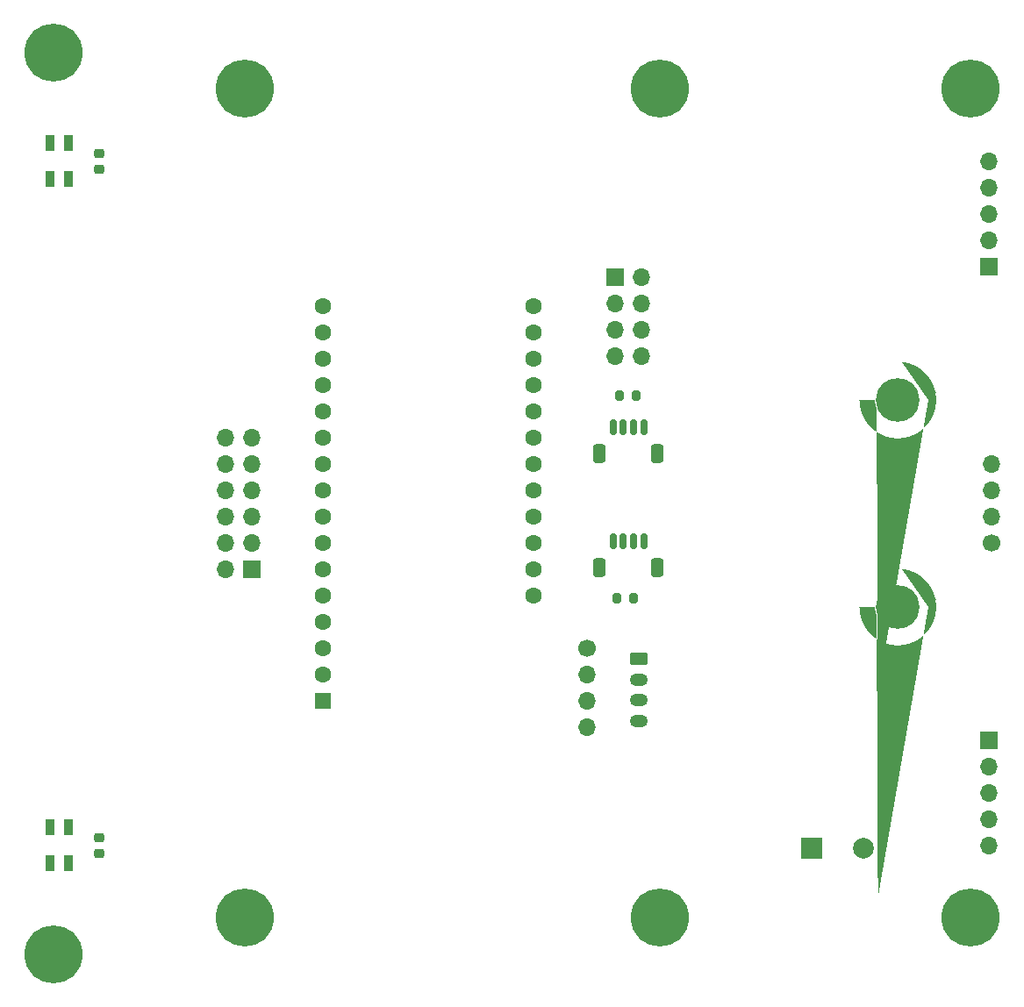
<source format=gbr>
%TF.GenerationSoftware,KiCad,Pcbnew,7.0.8*%
%TF.CreationDate,2023-10-27T12:06:26-04:00*%
%TF.ProjectId,top_plate,746f705f-706c-4617-9465-2e6b69636164,rev?*%
%TF.SameCoordinates,PX2faf080PY5f5e100*%
%TF.FileFunction,Soldermask,Top*%
%TF.FilePolarity,Negative*%
%FSLAX46Y46*%
G04 Gerber Fmt 4.6, Leading zero omitted, Abs format (unit mm)*
G04 Created by KiCad (PCBNEW 7.0.8) date 2023-10-27 12:06:26*
%MOMM*%
%LPD*%
G01*
G04 APERTURE LIST*
G04 Aperture macros list*
%AMRoundRect*
0 Rectangle with rounded corners*
0 $1 Rounding radius*
0 $2 $3 $4 $5 $6 $7 $8 $9 X,Y pos of 4 corners*
0 Add a 4 corners polygon primitive as box body*
4,1,4,$2,$3,$4,$5,$6,$7,$8,$9,$2,$3,0*
0 Add four circle primitives for the rounded corners*
1,1,$1+$1,$2,$3*
1,1,$1+$1,$4,$5*
1,1,$1+$1,$6,$7*
1,1,$1+$1,$8,$9*
0 Add four rect primitives between the rounded corners*
20,1,$1+$1,$2,$3,$4,$5,0*
20,1,$1+$1,$4,$5,$6,$7,0*
20,1,$1+$1,$6,$7,$8,$9,0*
20,1,$1+$1,$8,$9,$2,$3,0*%
%AMFreePoly0*
4,1,111,-2.563245,3.679731,-2.180727,3.619146,-1.806637,3.518909,-1.445074,3.380118,-1.100000,3.204294,-0.775195,2.993363,-0.474217,2.749636,-0.200364,2.475783,0.043363,2.174805,0.254294,1.850000,0.430118,1.504926,0.568909,1.143363,0.669146,0.769273,0.729731,0.386755,0.750000,0.000000,0.729731,-0.386755,0.669146,-0.769273,0.568909,-1.143363,0.430118,-1.504926,0.254294,-1.850000,
0.043363,-2.174805,-0.200364,-2.475783,-0.474217,-2.749636,-0.775195,-2.993363,-1.100000,-3.204294,-1.445074,-3.380118,-1.806637,-3.518909,-2.180727,-3.619146,-2.563245,-3.679731,-2.950000,-3.700000,-3.336755,-3.679731,-3.719273,-3.619146,-4.093363,-3.518909,-4.454926,-3.380118,-4.800000,-3.204294,-5.124805,-2.993363,-5.425783,-2.749636,-5.699636,-2.475783,-5.943363,-2.174805,-6.154294,-1.850000,
-6.330118,-1.504926,-6.468909,-1.143363,-6.569146,-0.769273,-6.629731,-0.386755,-6.650000,0.000000,-5.154720,0.000000,-5.135858,-0.287774,-5.079596,-0.570624,-4.986896,-0.843710,-4.859344,-1.102360,-4.699122,-1.342148,-4.508972,-1.558972,-4.292148,-1.749122,-4.052360,-1.909344,-3.793710,-2.036896,-3.520624,-2.129596,-3.237774,-2.185858,-2.950000,-2.204720,-2.662226,-2.185858,-2.379376,-2.129596,
-2.106290,-2.036896,-1.847640,-1.909344,-1.607852,-1.749122,-1.391028,-1.558972,-1.200878,-1.342148,-1.040656,-1.102360,-0.913104,-0.843710,-0.820404,-0.570624,-0.764142,-0.287774,-0.745280,0.000000,-0.764142,0.287774,-0.820404,0.570624,-0.913104,0.843710,-1.040656,1.102360,-1.200878,1.342148,-1.391028,1.558972,-1.607852,1.749122,-1.847640,1.909344,-2.106290,2.036896,-2.379376,2.129596,
-2.662226,2.185858,-2.950000,2.204720,-3.237774,2.185858,-3.520624,2.129596,-3.793710,2.036896,-4.052360,1.909344,-4.292148,1.749122,-4.508972,1.558972,-4.699122,1.342148,-4.859344,1.102360,-4.986896,0.843710,-5.079596,0.570624,-5.135858,0.287774,-5.154720,0.000000,-6.650000,0.000000,-6.629731,0.386755,-6.569146,0.769273,-6.468909,1.143363,-6.330118,1.504926,-6.154294,1.850000,
-5.943363,2.174805,-5.699636,2.475783,-5.425783,2.749636,-5.124805,2.993363,-4.800000,3.204294,-4.454926,3.380118,-4.093363,3.518909,-3.719273,3.619146,-3.336755,3.679731,-2.950000,3.700000,-2.563245,3.679731,-2.563245,3.679731,$1*%
G04 Aperture macros list end*
%ADD10C,5.600000*%
%ADD11R,0.850000X1.600000*%
%ADD12RoundRect,0.200000X0.200000X0.275000X-0.200000X0.275000X-0.200000X-0.275000X0.200000X-0.275000X0*%
%ADD13RoundRect,0.250000X-0.625000X0.350000X-0.625000X-0.350000X0.625000X-0.350000X0.625000X0.350000X0*%
%ADD14O,1.750000X1.200000*%
%ADD15RoundRect,0.225000X0.250000X-0.225000X0.250000X0.225000X-0.250000X0.225000X-0.250000X-0.225000X0*%
%ADD16C,1.700000*%
%ADD17O,1.700000X1.700000*%
%ADD18R,1.700000X1.700000*%
%ADD19RoundRect,0.150000X0.150000X0.625000X-0.150000X0.625000X-0.150000X-0.625000X0.150000X-0.625000X0*%
%ADD20RoundRect,0.250000X0.350000X0.650000X-0.350000X0.650000X-0.350000X-0.650000X0.350000X-0.650000X0*%
%ADD21C,4.220000*%
%ADD22FreePoly0,0.000000*%
%ADD23R,2.000000X2.000000*%
%ADD24C,2.000000*%
%ADD25R,1.600000X1.600000*%
%ADD26C,1.600000*%
G04 APERTURE END LIST*
D10*
%TO.C,REF\u002A\u002A*%
X4500000Y-43500000D03*
%TD*%
D11*
%TO.C,D2*%
X5955000Y34770000D03*
X4205000Y34770000D03*
X4205000Y31270000D03*
X5955000Y31270000D03*
%TD*%
D12*
%TO.C,R2*%
X60769000Y10414000D03*
X59119000Y10414000D03*
%TD*%
D13*
%TO.C,J5*%
X61000000Y-15000000D03*
D14*
X61000000Y-17000000D03*
X61000000Y-19000000D03*
X61000000Y-21000000D03*
%TD*%
D15*
%TO.C,C1*%
X8890000Y-33795000D03*
X8890000Y-32245000D03*
%TD*%
D12*
%TO.C,R1*%
X60515000Y-9144000D03*
X58865000Y-9144000D03*
%TD*%
D16*
%TO.C,J7*%
X56000000Y-14000000D03*
D17*
X56000000Y-16540000D03*
X56000000Y-19080000D03*
X56000000Y-21620000D03*
%TD*%
D10*
%TO.C,REF\u002A\u002A*%
X63000000Y-40000000D03*
%TD*%
D18*
%TO.C,J10*%
X58669000Y21834000D03*
D17*
X61209000Y21834000D03*
X58669000Y19294000D03*
X61209000Y19294000D03*
X58669000Y16754000D03*
X61209000Y16754000D03*
X58669000Y14214000D03*
X61209000Y14214000D03*
%TD*%
D10*
%TO.C,REF\u002A\u002A*%
X4500000Y43500000D03*
%TD*%
D16*
%TO.C,J6*%
X95000000Y-3810000D03*
D17*
X95000000Y-1270000D03*
X95000000Y1270000D03*
X95000000Y3810000D03*
%TD*%
D19*
%TO.C,J9*%
X61500007Y7325001D03*
X60500007Y7325001D03*
X59500007Y7325001D03*
X58500007Y7325001D03*
D20*
X62800007Y4800001D03*
X57200007Y4800001D03*
%TD*%
D10*
%TO.C,REF\u002A\u002A*%
X93000000Y40000000D03*
%TD*%
D19*
%TO.C,J8*%
X61500007Y-3675000D03*
X60500007Y-3675000D03*
X59500007Y-3675000D03*
X58500007Y-3675000D03*
D20*
X62800007Y-6200000D03*
X57200007Y-6200000D03*
%TD*%
D21*
%TO.C,M1*%
X86000000Y10000000D03*
D22*
X88950000Y10000000D03*
%TD*%
D11*
%TO.C,D1*%
X5955000Y-31270000D03*
X4205000Y-31270000D03*
X4205000Y-34770000D03*
X5955000Y-34770000D03*
%TD*%
D21*
%TO.C,M2*%
X86000000Y-10000000D03*
D22*
X88950000Y-10000000D03*
%TD*%
D10*
%TO.C,REF\u002A\u002A*%
X63000000Y40000000D03*
%TD*%
%TO.C,REF\u002A\u002A*%
X93000000Y-40000000D03*
%TD*%
%TO.C,REF\u002A\u002A*%
X23000000Y-40000000D03*
%TD*%
D15*
%TO.C,C2*%
X8890000Y32245000D03*
X8890000Y33795000D03*
%TD*%
D10*
%TO.C,REF\u002A\u002A*%
X23000000Y40000000D03*
%TD*%
D18*
%TO.C,J2*%
X23622000Y-6350000D03*
D17*
X21082000Y-6350000D03*
X23622000Y-3810000D03*
X21082000Y-3810000D03*
X23622000Y-1270000D03*
X21082000Y-1270000D03*
X23622000Y1270000D03*
X21082000Y1270000D03*
X23622000Y3810000D03*
X21082000Y3810000D03*
X23622000Y6350000D03*
X21082000Y6350000D03*
%TD*%
D18*
%TO.C,J1*%
X94742000Y-22860000D03*
D17*
X94742000Y-25400000D03*
X94742000Y-27940000D03*
X94742000Y-30480000D03*
X94742000Y-33020000D03*
%TD*%
D18*
%TO.C,J3*%
X94742000Y22860000D03*
D17*
X94742000Y25400000D03*
X94742000Y27940000D03*
X94742000Y30480000D03*
X94742000Y33020000D03*
%TD*%
D23*
%TO.C,BZ1*%
X77639216Y-33274000D03*
D24*
X82639216Y-33274000D03*
%TD*%
D25*
%TO.C,A1*%
X30480000Y-19050000D03*
D26*
X30480000Y-16510000D03*
X30480000Y-13970000D03*
X30480000Y-11430000D03*
X30480000Y-8890000D03*
X30480000Y-6350000D03*
X30480000Y-3810000D03*
X30480000Y-1270000D03*
X30480000Y1270000D03*
X30480000Y3810000D03*
X30480000Y6350000D03*
X30480000Y8890000D03*
X30480000Y11430000D03*
X30480000Y13970000D03*
X30480000Y16510000D03*
X30480000Y19050000D03*
X50800000Y19050000D03*
X50800000Y16510000D03*
X50800000Y13970000D03*
X50800000Y11430000D03*
X50800000Y8890000D03*
X50800000Y6350000D03*
X50800000Y3810000D03*
X50800000Y1270000D03*
X50800000Y-1270000D03*
X50800000Y-3810000D03*
X50800000Y-6350000D03*
X50800000Y-8890000D03*
%TD*%
M02*

</source>
